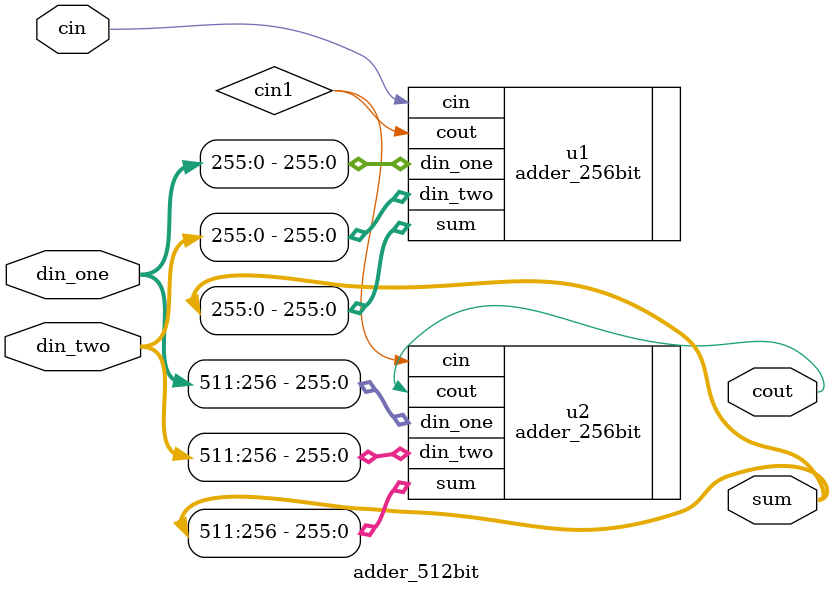
<source format=v>
module adder_512bit (
    input [511:0] din_one,
    input [511:0] din_two,
    input cin,
    output [511:0] sum,
    output cout
);
 
wire cin1;

adder_256bit u1(
    .din_one(din_one[255:0]),
    .din_two(din_two[255:0]),
    .cin(cin),
    .sum(sum[255:0]),
    .cout(cin1)
);

adder_256bit u2(
    .din_one(din_one[511:256]),
    .din_two(din_two[511:256]),
    .cin(cin1),
    .sum(sum[511:256]),
    .cout(cout)
);
 
endmodule //full_adder
</source>
